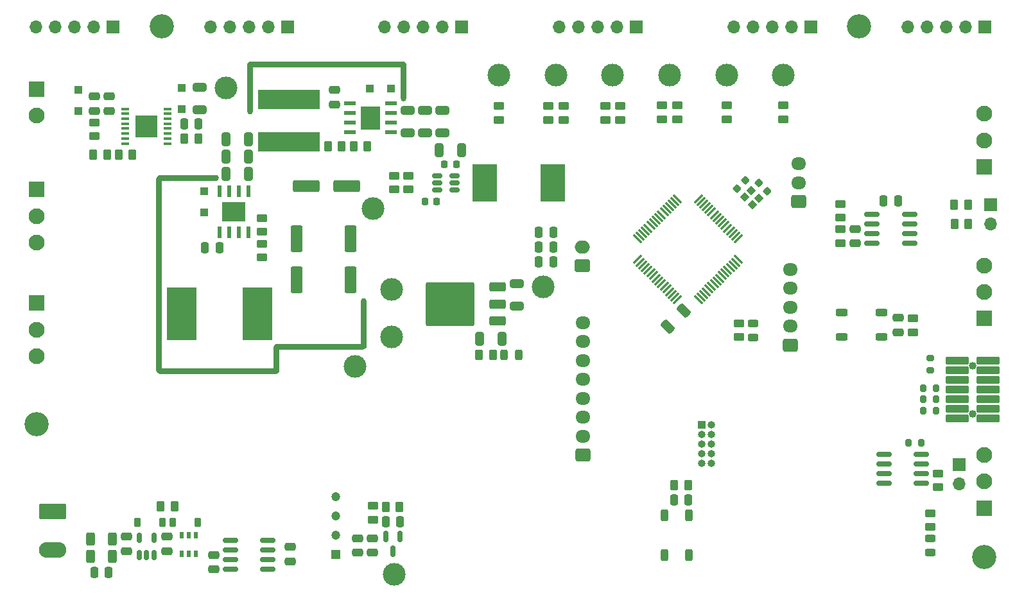
<source format=gbr>
%TF.GenerationSoftware,KiCad,Pcbnew,8.0.7*%
%TF.CreationDate,2025-01-22T12:13:36+01:00*%
%TF.ProjectId,STM32_GateSignalGenerator,53544d33-325f-4476-9174-655369676e61,rev?*%
%TF.SameCoordinates,Original*%
%TF.FileFunction,Soldermask,Top*%
%TF.FilePolarity,Negative*%
%FSLAX46Y46*%
G04 Gerber Fmt 4.6, Leading zero omitted, Abs format (unit mm)*
G04 Created by KiCad (PCBNEW 8.0.7) date 2025-01-22 12:13:36*
%MOMM*%
%LPD*%
G01*
G04 APERTURE LIST*
G04 Aperture macros list*
%AMRoundRect*
0 Rectangle with rounded corners*
0 $1 Rounding radius*
0 $2 $3 $4 $5 $6 $7 $8 $9 X,Y pos of 4 corners*
0 Add a 4 corners polygon primitive as box body*
4,1,4,$2,$3,$4,$5,$6,$7,$8,$9,$2,$3,0*
0 Add four circle primitives for the rounded corners*
1,1,$1+$1,$2,$3*
1,1,$1+$1,$4,$5*
1,1,$1+$1,$6,$7*
1,1,$1+$1,$8,$9*
0 Add four rect primitives between the rounded corners*
20,1,$1+$1,$2,$3,$4,$5,0*
20,1,$1+$1,$4,$5,$6,$7,0*
20,1,$1+$1,$6,$7,$8,$9,0*
20,1,$1+$1,$8,$9,$2,$3,0*%
G04 Aperture macros list end*
%ADD10RoundRect,0.102000X-0.492146X0.035355X0.035355X-0.492146X0.492146X-0.035355X-0.035355X0.492146X0*%
%ADD11R,2.100000X2.100000*%
%ADD12C,2.100000*%
%ADD13R,1.700000X1.700000*%
%ADD14O,1.700000X1.700000*%
%ADD15C,3.000000*%
%ADD16RoundRect,0.225000X-0.225000X-0.375000X0.225000X-0.375000X0.225000X0.375000X-0.225000X0.375000X0*%
%ADD17RoundRect,0.250000X0.325000X0.650000X-0.325000X0.650000X-0.325000X-0.650000X0.325000X-0.650000X0*%
%ADD18RoundRect,0.250000X0.262500X0.450000X-0.262500X0.450000X-0.262500X-0.450000X0.262500X-0.450000X0*%
%ADD19R,8.200000X2.600000*%
%ADD20RoundRect,0.250000X0.229810X-0.689429X0.689429X-0.229810X-0.229810X0.689429X-0.689429X0.229810X0*%
%ADD21RoundRect,0.150000X-0.825000X-0.150000X0.825000X-0.150000X0.825000X0.150000X-0.825000X0.150000X0*%
%ADD22RoundRect,0.250000X0.725000X-0.600000X0.725000X0.600000X-0.725000X0.600000X-0.725000X-0.600000X0*%
%ADD23O,1.950000X1.700000*%
%ADD24RoundRect,0.200000X0.200000X0.275000X-0.200000X0.275000X-0.200000X-0.275000X0.200000X-0.275000X0*%
%ADD25RoundRect,0.250000X-0.450000X0.262500X-0.450000X-0.262500X0.450000X-0.262500X0.450000X0.262500X0*%
%ADD26RoundRect,0.225000X-0.335876X-0.017678X-0.017678X-0.335876X0.335876X0.017678X0.017678X0.335876X0*%
%ADD27RoundRect,0.250000X0.450000X-0.262500X0.450000X0.262500X-0.450000X0.262500X-0.450000X-0.262500X0*%
%ADD28RoundRect,0.250000X0.312500X0.625000X-0.312500X0.625000X-0.312500X-0.625000X0.312500X-0.625000X0*%
%ADD29RoundRect,0.250000X-0.525000X-0.250000X0.525000X-0.250000X0.525000X0.250000X-0.525000X0.250000X0*%
%ADD30RoundRect,0.200000X-0.200000X-0.275000X0.200000X-0.275000X0.200000X0.275000X-0.200000X0.275000X0*%
%ADD31RoundRect,0.250000X-0.475000X0.250000X-0.475000X-0.250000X0.475000X-0.250000X0.475000X0.250000X0*%
%ADD32R,1.550000X0.600000*%
%ADD33R,2.600000X3.100000*%
%ADD34C,3.200000*%
%ADD35RoundRect,0.250000X-0.262500X-0.450000X0.262500X-0.450000X0.262500X0.450000X-0.262500X0.450000X0*%
%ADD36RoundRect,0.250000X0.550000X-1.500000X0.550000X1.500000X-0.550000X1.500000X-0.550000X-1.500000X0*%
%ADD37RoundRect,0.225000X0.225000X0.375000X-0.225000X0.375000X-0.225000X-0.375000X0.225000X-0.375000X0*%
%ADD38RoundRect,0.250000X-0.325000X-0.650000X0.325000X-0.650000X0.325000X0.650000X-0.325000X0.650000X0*%
%ADD39RoundRect,0.250000X0.750000X-0.600000X0.750000X0.600000X-0.750000X0.600000X-0.750000X-0.600000X0*%
%ADD40O,2.000000X1.700000*%
%ADD41RoundRect,0.250000X0.475000X-0.250000X0.475000X0.250000X-0.475000X0.250000X-0.475000X-0.250000X0*%
%ADD42RoundRect,0.250000X0.650000X-0.325000X0.650000X0.325000X-0.650000X0.325000X-0.650000X-0.325000X0*%
%ADD43RoundRect,0.225000X-0.017678X0.335876X-0.335876X0.017678X0.017678X-0.335876X0.335876X-0.017678X0*%
%ADD44RoundRect,0.150000X0.150000X-0.512500X0.150000X0.512500X-0.150000X0.512500X-0.150000X-0.512500X0*%
%ADD45RoundRect,0.250000X0.250000X0.475000X-0.250000X0.475000X-0.250000X-0.475000X0.250000X-0.475000X0*%
%ADD46RoundRect,0.200000X-0.275000X0.200000X-0.275000X-0.200000X0.275000X-0.200000X0.275000X0.200000X0*%
%ADD47R,4.000000X7.000000*%
%ADD48RoundRect,0.150000X-0.150000X0.587500X-0.150000X-0.587500X0.150000X-0.587500X0.150000X0.587500X0*%
%ADD49RoundRect,0.250000X0.250000X-0.525000X0.250000X0.525000X-0.250000X0.525000X-0.250000X-0.525000X0*%
%ADD50RoundRect,0.250000X-0.300000X0.300000X-0.300000X-0.300000X0.300000X-0.300000X0.300000X0.300000X0*%
%ADD51RoundRect,0.250000X-1.500000X-0.550000X1.500000X-0.550000X1.500000X0.550000X-1.500000X0.550000X0*%
%ADD52RoundRect,0.075000X0.441942X0.548008X-0.548008X-0.441942X-0.441942X-0.548008X0.548008X0.441942X0*%
%ADD53RoundRect,0.075000X-0.441942X0.548008X-0.548008X0.441942X0.441942X-0.548008X0.548008X-0.441942X0*%
%ADD54RoundRect,0.250000X-0.250000X-0.475000X0.250000X-0.475000X0.250000X0.475000X-0.250000X0.475000X0*%
%ADD55RoundRect,0.243750X0.456250X-0.243750X0.456250X0.243750X-0.456250X0.243750X-0.456250X-0.243750X0*%
%ADD56RoundRect,0.243750X-0.456250X0.243750X-0.456250X-0.243750X0.456250X-0.243750X0.456250X0.243750X0*%
%ADD57RoundRect,0.250000X0.300000X-0.300000X0.300000X0.300000X-0.300000X0.300000X-0.300000X-0.300000X0*%
%ADD58R,3.175000X4.950000*%
%ADD59RoundRect,0.249999X-1.550001X0.790001X-1.550001X-0.790001X1.550001X-0.790001X1.550001X0.790001X0*%
%ADD60O,3.600000X2.080000*%
%ADD61R,1.200000X1.200000*%
%ADD62C,1.200000*%
%ADD63RoundRect,0.055000X-0.220000X-0.345000X0.220000X-0.345000X0.220000X0.345000X-0.220000X0.345000X0*%
%ADD64R,1.000000X1.000000*%
%ADD65O,1.000000X1.000000*%
%ADD66R,3.000000X3.000000*%
%ADD67R,1.050000X0.450000*%
%ADD68C,1.020000*%
%ADD69RoundRect,0.102000X1.395000X-0.370000X1.395000X0.370000X-1.395000X0.370000X-1.395000X-0.370000X0*%
%ADD70RoundRect,0.250000X0.300000X0.300000X-0.300000X0.300000X-0.300000X-0.300000X0.300000X-0.300000X0*%
%ADD71RoundRect,0.225000X0.225000X0.250000X-0.225000X0.250000X-0.225000X-0.250000X0.225000X-0.250000X0*%
%ADD72RoundRect,0.150000X0.512500X0.150000X-0.512500X0.150000X-0.512500X-0.150000X0.512500X-0.150000X0*%
%ADD73R,0.600000X1.550000*%
%ADD74R,3.100000X2.600000*%
%ADD75RoundRect,0.225000X-0.225000X-0.250000X0.225000X-0.250000X0.225000X0.250000X-0.225000X0.250000X0*%
%ADD76RoundRect,0.250000X0.850000X0.350000X-0.850000X0.350000X-0.850000X-0.350000X0.850000X-0.350000X0*%
%ADD77RoundRect,0.249997X2.950003X2.650003X-2.950003X2.650003X-2.950003X-2.650003X2.950003X-2.650003X0*%
%ADD78RoundRect,0.243750X0.243750X0.456250X-0.243750X0.456250X-0.243750X-0.456250X0.243750X-0.456250X0*%
G04 APERTURE END LIST*
D10*
%TO.C,Y1*%
X179079651Y-95585532D03*
X180104956Y-96610837D03*
X180918129Y-95797664D03*
X179892824Y-94772359D03*
%TD*%
D11*
%TO.C,J7*%
X85652500Y-109607500D03*
D12*
X85652500Y-113107500D03*
X85652500Y-116607500D03*
%TD*%
D13*
%TO.C,J11*%
X164750000Y-73215000D03*
D14*
X162210000Y-73215000D03*
X159670000Y-73215000D03*
X157130000Y-73215000D03*
X154590000Y-73215000D03*
%TD*%
D15*
%TO.C,TP5*%
X176642500Y-79497500D03*
%TD*%
D11*
%TO.C,J6*%
X85652500Y-94617500D03*
D12*
X85652500Y-98117500D03*
X85652500Y-101617500D03*
%TD*%
D16*
%TO.C,D18*%
X98940351Y-138507500D03*
X102240351Y-138507500D03*
%TD*%
D15*
%TO.C,TP7*%
X110633064Y-81222500D03*
%TD*%
%TO.C,TP9*%
X130033064Y-97122500D03*
%TD*%
D17*
%TO.C,C18*%
X147008064Y-114362500D03*
X144058064Y-114362500D03*
%TD*%
D18*
%TO.C,R26*%
X208512500Y-96632500D03*
X206687500Y-96632500D03*
%TD*%
D19*
%TO.C,L2*%
X118943064Y-82702500D03*
X118943064Y-88302500D03*
%TD*%
D20*
%TO.C,C25*%
X168917017Y-112707983D03*
X171002983Y-110622017D03*
%TD*%
D21*
%TO.C,U12*%
X195817500Y-97867500D03*
X195817500Y-99137500D03*
X195817500Y-100407500D03*
X195817500Y-101677500D03*
X200767500Y-101677500D03*
X200767500Y-100407500D03*
X200767500Y-99137500D03*
X200767500Y-97867500D03*
%TD*%
D15*
%TO.C,TP2*%
X154142500Y-79497500D03*
%TD*%
D22*
%TO.C,J17*%
X185072500Y-115147500D03*
D23*
X185072500Y-112647500D03*
X185072500Y-110147500D03*
X185072500Y-107647500D03*
X185072500Y-105147500D03*
%TD*%
D24*
%TO.C,C35*%
X202310000Y-128030000D03*
X200660000Y-128030000D03*
%TD*%
D25*
%TO.C,R1*%
X93288627Y-85771956D03*
X93288627Y-87596956D03*
%TD*%
D26*
%TO.C,C31*%
X180900451Y-93715234D03*
X181996467Y-94811250D03*
%TD*%
D27*
%TO.C,R14*%
X201245000Y-113442500D03*
X201245000Y-111617500D03*
%TD*%
D28*
%TO.C,R71*%
X95687851Y-140777500D03*
X92762851Y-140777500D03*
%TD*%
D29*
%TO.C,SW1*%
X191830000Y-110890000D03*
X197080000Y-110890000D03*
X191830000Y-114090000D03*
X197080000Y-114090000D03*
%TD*%
D30*
%TO.C,R15*%
X202602500Y-120847500D03*
X204252500Y-120847500D03*
%TD*%
D15*
%TO.C,TP3*%
X161642500Y-79497500D03*
%TD*%
D31*
%TO.C,C56*%
X119117851Y-141777500D03*
X119117851Y-143677500D03*
%TD*%
D25*
%TO.C,R64*%
X191682500Y-99880000D03*
X191682500Y-101705000D03*
%TD*%
D32*
%TO.C,U3*%
X126985564Y-83290000D03*
X126985564Y-84560000D03*
X126985564Y-85830000D03*
X126985564Y-87100000D03*
X132385564Y-87100000D03*
X132385564Y-85830000D03*
X132385564Y-84560000D03*
X132385564Y-83290000D03*
D33*
X129685564Y-85195000D03*
%TD*%
D25*
%TO.C,R81*%
X203530000Y-137315000D03*
X203530000Y-139140000D03*
%TD*%
D15*
%TO.C,TP15*%
X132852500Y-145397500D03*
%TD*%
D34*
%TO.C,H1*%
X102150000Y-73115000D03*
%TD*%
D15*
%TO.C,TP10*%
X152455000Y-107490000D03*
%TD*%
D35*
%TO.C,R21*%
X206720000Y-99192500D03*
X208545000Y-99192500D03*
%TD*%
D36*
%TO.C,C8*%
X119960564Y-106510000D03*
X119960564Y-101110000D03*
%TD*%
D37*
%TO.C,D17*%
X106937851Y-138507500D03*
X103637851Y-138507500D03*
%TD*%
D38*
%TO.C,C7*%
X110668064Y-90252500D03*
X113618064Y-90252500D03*
%TD*%
D25*
%TO.C,R36*%
X204535000Y-132097500D03*
X204535000Y-133922500D03*
%TD*%
D39*
%TO.C,J15*%
X157642500Y-104687500D03*
D40*
X157642500Y-102187500D03*
%TD*%
D25*
%TO.C,R19*%
X178255000Y-112277500D03*
X178255000Y-114102500D03*
%TD*%
D41*
%TO.C,C30*%
X199315000Y-113469999D03*
X199315000Y-111570001D03*
%TD*%
D22*
%TO.C,J18*%
X157712500Y-129677500D03*
D23*
X157712500Y-127177500D03*
X157712500Y-124677500D03*
X157712500Y-122177500D03*
X157712500Y-119677500D03*
X157712500Y-117177500D03*
X157712500Y-114677500D03*
X157712500Y-112177500D03*
%TD*%
D42*
%TO.C,C14*%
X134583064Y-87117500D03*
X134583064Y-84167500D03*
%TD*%
D43*
%TO.C,C32*%
X179090258Y-93439462D03*
X177994242Y-94535478D03*
%TD*%
D44*
%TO.C,U16*%
X99215351Y-142845000D03*
X100165351Y-142845000D03*
X101115351Y-142845000D03*
X101115351Y-140570000D03*
X99215351Y-140570000D03*
%TD*%
D21*
%TO.C,U7*%
X197400000Y-129555000D03*
X197400000Y-130825000D03*
X197400000Y-132095000D03*
X197400000Y-133365000D03*
X202350000Y-133365000D03*
X202350000Y-132095000D03*
X202350000Y-130825000D03*
X202350000Y-129555000D03*
%TD*%
D17*
%TO.C,C19*%
X141685564Y-89422500D03*
X138735564Y-89422500D03*
%TD*%
D45*
%TO.C,C23*%
X153810564Y-100272500D03*
X151910564Y-100272500D03*
%TD*%
D38*
%TO.C,C6*%
X110668064Y-87952500D03*
X113618064Y-87952500D03*
%TD*%
D13*
%TO.C,J8*%
X95750000Y-73215000D03*
D14*
X93210000Y-73215000D03*
X90670000Y-73215000D03*
X88130000Y-73215000D03*
X85590000Y-73215000D03*
%TD*%
D46*
%TO.C,R16*%
X203522500Y-116842500D03*
X203522500Y-118492500D03*
%TD*%
D15*
%TO.C,TP1*%
X146642500Y-79497500D03*
%TD*%
D47*
%TO.C,L1*%
X104760564Y-111010000D03*
X114760564Y-111010000D03*
%TD*%
D41*
%TO.C,C3*%
X93308627Y-84254456D03*
X93308627Y-82354456D03*
%TD*%
D45*
%TO.C,C21*%
X153810564Y-104192500D03*
X151910564Y-104192500D03*
%TD*%
D30*
%TO.C,R13*%
X202602500Y-122307500D03*
X204252500Y-122307500D03*
%TD*%
D41*
%TO.C,C4*%
X95265000Y-84242500D03*
X95265000Y-82342500D03*
%TD*%
D27*
%TO.C,R34*%
X153142500Y-85410000D03*
X153142500Y-83585000D03*
%TD*%
D45*
%TO.C,C60*%
X171620000Y-135585000D03*
X169720000Y-135585000D03*
%TD*%
D48*
%TO.C,Q1*%
X133592500Y-140440000D03*
X131692500Y-140440000D03*
X132642500Y-142315000D03*
%TD*%
D42*
%TO.C,C12*%
X139183064Y-87117500D03*
X139183064Y-84167500D03*
%TD*%
D49*
%TO.C,SW2*%
X168440000Y-142840000D03*
X168440000Y-137590000D03*
X171640000Y-142840000D03*
X171640000Y-137590000D03*
%TD*%
D27*
%TO.C,R29*%
X168142500Y-85352500D03*
X168142500Y-83527500D03*
%TD*%
D35*
%TO.C,R6*%
X105138627Y-87946956D03*
X106963627Y-87946956D03*
%TD*%
D27*
%TO.C,R31*%
X160642500Y-85410000D03*
X160642500Y-83585000D03*
%TD*%
D50*
%TO.C,D3*%
X107793064Y-94852500D03*
X107793064Y-97652500D03*
%TD*%
D27*
%TO.C,R35*%
X146642500Y-85410000D03*
X146642500Y-83585000D03*
%TD*%
D45*
%TO.C,C53*%
X133592500Y-138477500D03*
X131692500Y-138477500D03*
%TD*%
D51*
%TO.C,C15*%
X121193064Y-94152500D03*
X126593064Y-94152500D03*
%TD*%
D15*
%TO.C,TP8*%
X132483064Y-107822500D03*
%TD*%
D35*
%TO.C,R8*%
X127455564Y-88902500D03*
X129280564Y-88902500D03*
%TD*%
%TO.C,R3*%
X93116127Y-90044456D03*
X94941127Y-90044456D03*
%TD*%
%TO.C,R73*%
X131710000Y-136547500D03*
X133535000Y-136547500D03*
%TD*%
D52*
%TO.C,U6*%
X178216981Y-101136319D03*
X177863428Y-100782766D03*
X177509875Y-100429213D03*
X177156321Y-100075659D03*
X176802768Y-99722106D03*
X176449214Y-99368552D03*
X176095661Y-99014999D03*
X175742108Y-98661446D03*
X175388554Y-98307892D03*
X175035001Y-97954339D03*
X174681448Y-97600786D03*
X174327894Y-97247232D03*
X173974341Y-96893679D03*
X173620787Y-96540125D03*
X173267234Y-96186572D03*
X172913681Y-95833019D03*
D53*
X170191319Y-95833019D03*
X169837766Y-96186572D03*
X169484213Y-96540125D03*
X169130659Y-96893679D03*
X168777106Y-97247232D03*
X168423552Y-97600786D03*
X168069999Y-97954339D03*
X167716446Y-98307892D03*
X167362892Y-98661446D03*
X167009339Y-99014999D03*
X166655786Y-99368552D03*
X166302232Y-99722106D03*
X165948679Y-100075659D03*
X165595125Y-100429213D03*
X165241572Y-100782766D03*
X164888019Y-101136319D03*
D52*
X164888019Y-103858681D03*
X165241572Y-104212234D03*
X165595125Y-104565787D03*
X165948679Y-104919341D03*
X166302232Y-105272894D03*
X166655786Y-105626448D03*
X167009339Y-105980001D03*
X167362892Y-106333554D03*
X167716446Y-106687108D03*
X168069999Y-107040661D03*
X168423552Y-107394214D03*
X168777106Y-107747768D03*
X169130659Y-108101321D03*
X169484213Y-108454875D03*
X169837766Y-108808428D03*
X170191319Y-109161981D03*
D53*
X172913681Y-109161981D03*
X173267234Y-108808428D03*
X173620787Y-108454875D03*
X173974341Y-108101321D03*
X174327894Y-107747768D03*
X174681448Y-107394214D03*
X175035001Y-107040661D03*
X175388554Y-106687108D03*
X175742108Y-106333554D03*
X176095661Y-105980001D03*
X176449214Y-105626448D03*
X176802768Y-105272894D03*
X177156321Y-104919341D03*
X177509875Y-104565787D03*
X177863428Y-104212234D03*
X178216981Y-103858681D03*
%TD*%
D54*
%TO.C,C1*%
X107875564Y-102320000D03*
X109775564Y-102320000D03*
%TD*%
D35*
%TO.C,R10*%
X143998064Y-116462500D03*
X145823064Y-116462500D03*
%TD*%
D13*
%TO.C,J9*%
X118750000Y-73215000D03*
D14*
X116210000Y-73215000D03*
X113670000Y-73215000D03*
X111130000Y-73215000D03*
X108590000Y-73215000D03*
%TD*%
D55*
%TO.C,D19*%
X203530000Y-142535000D03*
X203530000Y-140660000D03*
%TD*%
D56*
%TO.C,D6*%
X180155000Y-112252499D03*
X180155000Y-114127501D03*
%TD*%
D57*
%TO.C,D1*%
X104798627Y-84031956D03*
X104798627Y-81231956D03*
%TD*%
D27*
%TO.C,R5*%
X115390000Y-100217500D03*
X115390000Y-98392500D03*
%TD*%
%TO.C,R33*%
X155142500Y-85410000D03*
X155142500Y-83585000D03*
%TD*%
D58*
%TO.C,L3*%
X144753064Y-93712500D03*
X153768064Y-93712500D03*
%TD*%
D15*
%TO.C,TP6*%
X184142500Y-79497500D03*
%TD*%
D41*
%TO.C,C55*%
X109025351Y-144742500D03*
X109025351Y-142842500D03*
%TD*%
%TO.C,C57*%
X102847851Y-142307500D03*
X102847851Y-140407500D03*
%TD*%
D31*
%TO.C,C48*%
X129962500Y-140645000D03*
X129962500Y-142545000D03*
%TD*%
D45*
%TO.C,C22*%
X153810564Y-102232500D03*
X151910564Y-102232500D03*
%TD*%
D22*
%TO.C,J19*%
X186127500Y-96207500D03*
D23*
X186127500Y-93707500D03*
X186127500Y-91207500D03*
%TD*%
D38*
%TO.C,C5*%
X110668064Y-92552500D03*
X113618064Y-92552500D03*
%TD*%
D42*
%TO.C,C2*%
X107151127Y-84121956D03*
X107151127Y-81171956D03*
%TD*%
D15*
%TO.C,TP12*%
X127655000Y-117990000D03*
%TD*%
D11*
%TO.C,J1*%
X85660000Y-81375000D03*
D12*
X85660000Y-84875000D03*
%TD*%
D34*
%TO.C,H3*%
X85650000Y-125615000D03*
%TD*%
D18*
%TO.C,R80*%
X171585000Y-133645000D03*
X169760000Y-133645000D03*
%TD*%
D34*
%TO.C,H4*%
X210650000Y-143115000D03*
%TD*%
D30*
%TO.C,R12*%
X202602500Y-123767500D03*
X204252500Y-123767500D03*
%TD*%
D25*
%TO.C,R63*%
X191682500Y-96517500D03*
X191682500Y-98342500D03*
%TD*%
D59*
%TO.C,J5*%
X87760000Y-137077500D03*
D60*
X87760000Y-142157500D03*
%TD*%
D42*
%TO.C,C13*%
X136883064Y-87117500D03*
X136883064Y-84167500D03*
%TD*%
D54*
%TO.C,C38*%
X197352500Y-96082500D03*
X199252500Y-96082500D03*
%TD*%
D27*
%TO.C,R27*%
X184152500Y-85360000D03*
X184152500Y-83535000D03*
%TD*%
D11*
%TO.C,J3*%
X210642500Y-111647500D03*
D12*
X210642500Y-108147500D03*
X210642500Y-104647500D03*
%TD*%
D27*
%TO.C,R9*%
X132783064Y-94602500D03*
X132783064Y-92777500D03*
%TD*%
D34*
%TO.C,H2*%
X194150000Y-73115000D03*
%TD*%
D13*
%TO.C,J12*%
X187750000Y-73215000D03*
D14*
X185210000Y-73215000D03*
X182670000Y-73215000D03*
X180130000Y-73215000D03*
X177590000Y-73215000D03*
%TD*%
D13*
%TO.C,J20*%
X207295000Y-130915000D03*
D14*
X207295000Y-133455000D03*
%TD*%
D13*
%TO.C,J13*%
X210750000Y-73215000D03*
D14*
X208210000Y-73215000D03*
X205670000Y-73215000D03*
X203130000Y-73215000D03*
X200590000Y-73215000D03*
%TD*%
D18*
%TO.C,R79*%
X103860351Y-136407500D03*
X102035351Y-136407500D03*
%TD*%
D15*
%TO.C,TP4*%
X169142500Y-79497500D03*
%TD*%
D61*
%TO.C,U14*%
X125122500Y-142797500D03*
D62*
X125122500Y-140257500D03*
X125122500Y-137717500D03*
X125122500Y-135177500D03*
%TD*%
D13*
%TO.C,J16*%
X211502500Y-96632500D03*
D14*
X211502500Y-99172500D03*
%TD*%
D63*
%TO.C,U15*%
X104777851Y-142657500D03*
X105727851Y-142657500D03*
X106677851Y-142657500D03*
X106677851Y-140257500D03*
X105727851Y-140257500D03*
X104777851Y-140257500D03*
%TD*%
D64*
%TO.C,J21*%
X173355000Y-125675000D03*
D65*
X174625000Y-125675000D03*
X173355000Y-126945000D03*
X174625000Y-126945000D03*
X173355000Y-128215000D03*
X174625000Y-128215000D03*
X173355000Y-129485000D03*
X174625000Y-129485000D03*
X173355000Y-130755000D03*
X174625000Y-130755000D03*
%TD*%
D25*
%TO.C,R11*%
X134683064Y-92777500D03*
X134683064Y-94602500D03*
%TD*%
D66*
%TO.C,U2*%
X100152500Y-86267500D03*
D67*
X97377500Y-83992500D03*
X97377500Y-84642500D03*
X97377500Y-85292500D03*
X97377500Y-85942500D03*
X97377500Y-86592500D03*
X97377500Y-87242500D03*
X97377500Y-87892500D03*
X97377500Y-88542500D03*
X102927500Y-88542500D03*
X102927500Y-87892500D03*
X102927500Y-87242500D03*
X102927500Y-86592500D03*
X102927500Y-85942500D03*
X102927500Y-85292500D03*
X102927500Y-84642500D03*
X102927500Y-83992500D03*
%TD*%
D42*
%TO.C,C17*%
X148983064Y-109987500D03*
X148983064Y-107037500D03*
%TD*%
D68*
%TO.C,J14*%
X209122500Y-124212500D03*
X209122500Y-117862500D03*
D69*
X211157500Y-124847500D03*
X207087500Y-124847500D03*
X211157500Y-123577500D03*
X207087500Y-123577500D03*
X211157500Y-122307500D03*
X207087500Y-122307500D03*
X211157500Y-121037500D03*
X207087500Y-121037500D03*
X211157500Y-119767500D03*
X207087500Y-119767500D03*
X211157500Y-118497500D03*
X207087500Y-118497500D03*
X211157500Y-117227500D03*
X207087500Y-117227500D03*
%TD*%
D15*
%TO.C,TP11*%
X132483064Y-114072500D03*
%TD*%
D54*
%TO.C,C52*%
X93265351Y-145127500D03*
X95165351Y-145127500D03*
%TD*%
D31*
%TO.C,C49*%
X127962500Y-140645000D03*
X127962500Y-142545000D03*
%TD*%
D70*
%TO.C,D4*%
X132367899Y-81280427D03*
X129567899Y-81280427D03*
%TD*%
D27*
%TO.C,R30*%
X170142500Y-85352500D03*
X170142500Y-83527500D03*
%TD*%
D71*
%TO.C,C20*%
X140990564Y-91302500D03*
X139440564Y-91302500D03*
%TD*%
D13*
%TO.C,J10*%
X141750000Y-73215000D03*
D14*
X139210000Y-73215000D03*
X136670000Y-73215000D03*
X134130000Y-73215000D03*
X131590000Y-73215000D03*
%TD*%
D35*
%TO.C,R7*%
X124080564Y-88895000D03*
X125905564Y-88895000D03*
%TD*%
D72*
%TO.C,U4*%
X140780564Y-94682500D03*
X140780564Y-93732500D03*
X140780564Y-92782500D03*
X138505564Y-92782500D03*
X138505564Y-93732500D03*
X138505564Y-94682500D03*
%TD*%
D27*
%TO.C,R2*%
X115390000Y-103600000D03*
X115390000Y-101775000D03*
%TD*%
D41*
%TO.C,C54*%
X97477851Y-142307500D03*
X97477851Y-140407500D03*
%TD*%
D36*
%TO.C,C9*%
X127060564Y-106535000D03*
X127060564Y-101135000D03*
%TD*%
D11*
%TO.C,J2*%
X210612500Y-136637500D03*
D12*
X210612500Y-133137500D03*
X210612500Y-129637500D03*
%TD*%
D31*
%TO.C,C11*%
X124943064Y-81502500D03*
X124943064Y-83402500D03*
%TD*%
D54*
%TO.C,C10*%
X105126127Y-85971956D03*
X107026127Y-85971956D03*
%TD*%
D31*
%TO.C,C41*%
X193612500Y-99822500D03*
X193612500Y-101722500D03*
%TD*%
D11*
%TO.C,J4*%
X210632500Y-91637500D03*
D12*
X210632500Y-88137500D03*
X210632500Y-84637500D03*
%TD*%
D73*
%TO.C,U1*%
X109788064Y-100252500D03*
X111058064Y-100252500D03*
X112328064Y-100252500D03*
X113598064Y-100252500D03*
X113598064Y-94852500D03*
X112328064Y-94852500D03*
X111058064Y-94852500D03*
X109788064Y-94852500D03*
D74*
X111693064Y-97552500D03*
%TD*%
D27*
%TO.C,R74*%
X129992500Y-138187500D03*
X129992500Y-136362500D03*
%TD*%
D35*
%TO.C,R4*%
X96476127Y-90034456D03*
X98301127Y-90034456D03*
%TD*%
D27*
%TO.C,R28*%
X176662500Y-85360000D03*
X176662500Y-83535000D03*
%TD*%
D28*
%TO.C,R72*%
X95687851Y-143027500D03*
X92762851Y-143027500D03*
%TD*%
D27*
%TO.C,R32*%
X162642500Y-85410000D03*
X162642500Y-83585000D03*
%TD*%
D50*
%TO.C,D2*%
X91178627Y-81494456D03*
X91178627Y-84294456D03*
%TD*%
D21*
%TO.C,U17*%
X111222851Y-140887500D03*
X111222851Y-142157500D03*
X111222851Y-143427500D03*
X111222851Y-144697500D03*
X116172851Y-144697500D03*
X116172851Y-143427500D03*
X116172851Y-142157500D03*
X116172851Y-140887500D03*
%TD*%
D75*
%TO.C,C16*%
X136855564Y-96162500D03*
X138405564Y-96162500D03*
%TD*%
D76*
%TO.C,U5*%
X146483064Y-111992500D03*
X146483064Y-109712500D03*
D77*
X140183064Y-109712500D03*
D76*
X146483064Y-107432500D03*
%TD*%
D78*
%TO.C,D5*%
X149208064Y-116462500D03*
X147333064Y-116462500D03*
%TD*%
G36*
X109308260Y-92721517D02*
G01*
X109495950Y-92771808D01*
X109496178Y-92771940D01*
X109633624Y-92909386D01*
X109633756Y-92909614D01*
X109684064Y-93097368D01*
X109684064Y-93097632D01*
X109633756Y-93285386D01*
X109633624Y-93285614D01*
X109496178Y-93423060D01*
X109495950Y-93423192D01*
X109308260Y-93473483D01*
X109308130Y-93473500D01*
X102184064Y-93473500D01*
X102184064Y-118221500D01*
X116932064Y-118221500D01*
X116932064Y-115472451D01*
X116932074Y-115472353D01*
X116970162Y-115280866D01*
X116970238Y-115280684D01*
X117078734Y-115118310D01*
X117078874Y-115118170D01*
X117241248Y-115009674D01*
X117241430Y-115009598D01*
X117432917Y-114971510D01*
X117433015Y-114971500D01*
X128432064Y-114971500D01*
X128432064Y-109347434D01*
X128432081Y-109347304D01*
X128482372Y-109159614D01*
X128482504Y-109159386D01*
X128619950Y-109021940D01*
X128620178Y-109021808D01*
X128807932Y-108971500D01*
X128808196Y-108971500D01*
X128995950Y-109021808D01*
X128996178Y-109021940D01*
X129133624Y-109159386D01*
X129133756Y-109159614D01*
X129184047Y-109347304D01*
X129184064Y-109347434D01*
X129184064Y-115222549D01*
X129184054Y-115222647D01*
X129145966Y-115414134D01*
X129145890Y-115414316D01*
X129037394Y-115576690D01*
X129037254Y-115576830D01*
X128874880Y-115685326D01*
X128874698Y-115685402D01*
X128683211Y-115723490D01*
X128683113Y-115723500D01*
X117684064Y-115723500D01*
X117684064Y-118472549D01*
X117684054Y-118472647D01*
X117645966Y-118664134D01*
X117645890Y-118664316D01*
X117537394Y-118826690D01*
X117537254Y-118826830D01*
X117374880Y-118935326D01*
X117374698Y-118935402D01*
X117183211Y-118973490D01*
X117183113Y-118973500D01*
X101933015Y-118973500D01*
X101932917Y-118973490D01*
X101741430Y-118935402D01*
X101741248Y-118935326D01*
X101578874Y-118826830D01*
X101578734Y-118826690D01*
X101470238Y-118664316D01*
X101470162Y-118664134D01*
X101432074Y-118472647D01*
X101432064Y-118472549D01*
X101432064Y-93222451D01*
X101432074Y-93222353D01*
X101470162Y-93030866D01*
X101470238Y-93030684D01*
X101578734Y-92868310D01*
X101578874Y-92868170D01*
X101741248Y-92759674D01*
X101741430Y-92759598D01*
X101932917Y-92721510D01*
X101933015Y-92721500D01*
X109308130Y-92721500D01*
X109308260Y-92721517D01*
G37*
G36*
X133934174Y-77722721D02*
G01*
X134122161Y-77760113D01*
X134126307Y-77761830D01*
X134284714Y-77867676D01*
X134287887Y-77870849D01*
X134393733Y-78029256D01*
X134395450Y-78033401D01*
X134432843Y-78221388D01*
X134433064Y-78223632D01*
X134433064Y-82595986D01*
X134432672Y-82598962D01*
X134383621Y-82782022D01*
X134380645Y-82787178D01*
X134247742Y-82920081D01*
X134242586Y-82923057D01*
X134061040Y-82971702D01*
X134055088Y-82971702D01*
X133873541Y-82923057D01*
X133868385Y-82920081D01*
X133735482Y-82787178D01*
X133732506Y-82782022D01*
X133683456Y-82598962D01*
X133683064Y-82595986D01*
X133683064Y-78972500D01*
X133658285Y-78847925D01*
X133658064Y-78845682D01*
X133658064Y-78497501D01*
X133658063Y-78497500D01*
X133309881Y-78497500D01*
X133307638Y-78497279D01*
X133183063Y-78472500D01*
X114683065Y-78472500D01*
X114558490Y-78497279D01*
X114556247Y-78497500D01*
X114208065Y-78497500D01*
X114208064Y-78497501D01*
X114208064Y-78845682D01*
X114207843Y-78847925D01*
X114183064Y-78972500D01*
X114183064Y-84345986D01*
X114182672Y-84348962D01*
X114133621Y-84532022D01*
X114130645Y-84537178D01*
X113997742Y-84670081D01*
X113992586Y-84673057D01*
X113811040Y-84721702D01*
X113805088Y-84721702D01*
X113623541Y-84673057D01*
X113618385Y-84670081D01*
X113485482Y-84537178D01*
X113482506Y-84532022D01*
X113433456Y-84348962D01*
X113433064Y-84345986D01*
X113433064Y-78223632D01*
X113433285Y-78221389D01*
X113470677Y-78033402D01*
X113472394Y-78029256D01*
X113578240Y-77870849D01*
X113581413Y-77867676D01*
X113739820Y-77761830D01*
X113743966Y-77760113D01*
X113931954Y-77722721D01*
X113934197Y-77722500D01*
X133931931Y-77722500D01*
X133934174Y-77722721D01*
G37*
M02*

</source>
